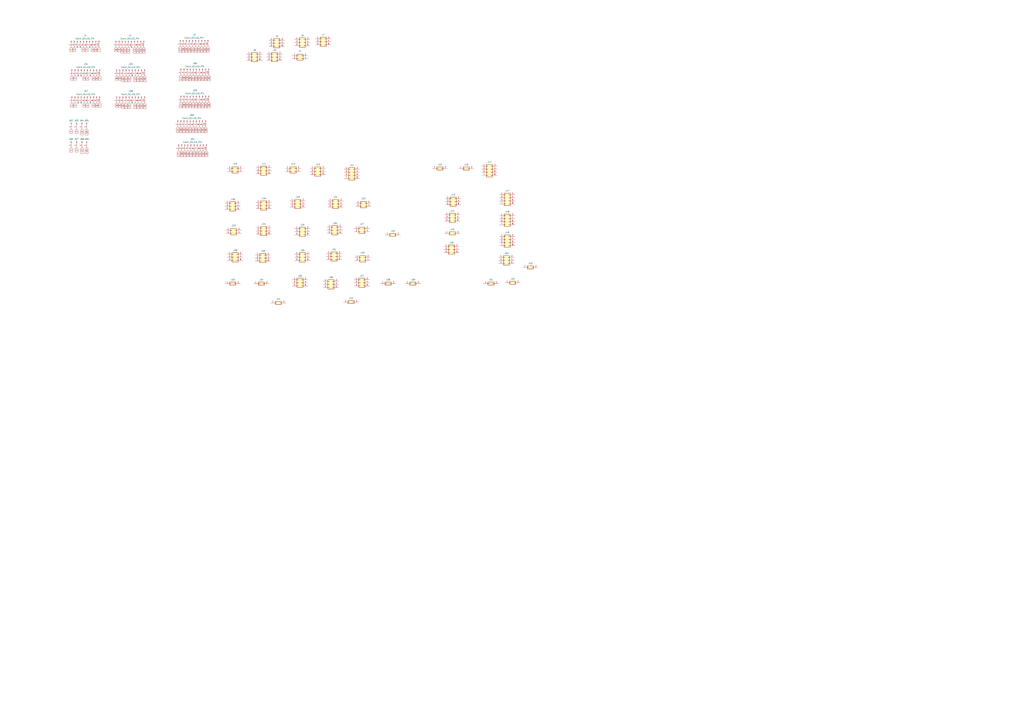
<source format=kicad_sch>
(kicad_sch (version 20231120) (generator "eeschema") (generator_version "8.0")
  (paper "A1")
  (lib_symbols
    (symbol "Connector:Conn_01x01_Pin" (pin_names (offset 1.016) hide)
      (property "Reference" "J" (at 0 2.54 0))
      (property "Value" "Conn_01x01_Pin" (at 0 -2.54 0))
      (symbol "Conn_01x01_Pin_1_1"
        (polyline (pts (xy 1.27 0) (xy 0.8636 0)) (stroke (width 0.1524)))
        (rectangle (start 0.8636 0.127) (end 0 -0.127) (stroke (width 0.1524)) (fill (type outline)))
        (pin passive line (at 5.08 0 180) (length 3.81) (name "Pin_1") (number "1"))
      )
    )
    (symbol "Connector:Conn_01x10_Pin" (pin_names (offset 1.016) hide)
      (property "Reference" "J" (at 0 12.7 0))
      (property "Value" "Conn_01x10_Pin" (at 0 -15.24 0))
      (symbol "Conn_01x10_Pin_1_1"
        (polyline (pts (xy 1.27 -12.7) (xy 0.8636 -12.7)) (stroke (width 0.1524)))
        (polyline (pts (xy 1.27 -10.16) (xy 0.8636 -10.16)) (stroke (width 0.1524)))
        (polyline (pts (xy 1.27 -7.62) (xy 0.8636 -7.62)) (stroke (width 0.1524)))
        (polyline (pts (xy 1.27 -5.08) (xy 0.8636 -5.08)) (stroke (width 0.1524)))
        (polyline (pts (xy 1.27 -2.54) (xy 0.8636 -2.54)) (stroke (width 0.1524)))
        (polyline (pts (xy 1.27 0) (xy 0.8636 0)) (stroke (width 0.1524)))
        (polyline (pts (xy 1.27 2.54) (xy 0.8636 2.54)) (stroke (width 0.1524)))
        (polyline (pts (xy 1.27 5.08) (xy 0.8636 5.08)) (stroke (width 0.1524)))
        (polyline (pts (xy 1.27 7.62) (xy 0.8636 7.62)) (stroke (width 0.1524)))
        (polyline (pts (xy 1.27 10.16) (xy 0.8636 10.16)) (stroke (width 0.1524)))
        (rectangle (start 0.8636 -12.573) (end 0 -12.827) (stroke (width 0.1524)) (fill (type outline)))
        (rectangle (start 0.8636 -10.033) (end 0 -10.287) (stroke (width 0.1524)) (fill (type outline)))
        (rectangle (start 0.8636 -7.493) (end 0 -7.747) (stroke (width 0.1524)) (fill (type outline)))
        (rectangle (start 0.8636 -4.953) (end 0 -5.207) (stroke (width 0.1524)) (fill (type outline)))
        (rectangle (start 0.8636 -2.413) (end 0 -2.667) (stroke (width 0.1524)) (fill (type outline)))
        (rectangle (start 0.8636 0.127) (end 0 -0.127) (stroke (width 0.1524)) (fill (type outline)))
        (rectangle (start 0.8636 2.667) (end 0 2.413) (stroke (width 0.1524)) (fill (type outline)))
        (rectangle (start 0.8636 5.207) (end 0 4.953) (stroke (width 0.1524)) (fill (type outline)))
        (rectangle (start 0.8636 7.747) (end 0 7.493) (stroke (width 0.1524)) (fill (type outline)))
        (rectangle (start 0.8636 10.287) (end 0 10.033) (stroke (width 0.1524)) (fill (type outline)))
        (pin passive line (at 5.08 10.16 180) (length 3.81) (name "Pin_1") (number "1"))
        (pin passive line (at 5.08 -12.7 180) (length 3.81) (name "Pin_10") (number "10"))
        (pin passive line (at 5.08 7.62 180) (length 3.81) (name "Pin_2") (number "2"))
        (pin passive line (at 5.08 5.08 180) (length 3.81) (name "Pin_3") (number "3"))
        (pin passive line (at 5.08 2.54 180) (length 3.81) (name "Pin_4") (number "4"))
        (pin passive line (at 5.08 0 180) (length 3.81) (name "Pin_5") (number "5"))
        (pin passive line (at 5.08 -2.54 180) (length 3.81) (name "Pin_6") (number "6"))
        (pin passive line (at 5.08 -5.08 180) (length 3.81) (name "Pin_7") (number "7"))
        (pin passive line (at 5.08 -7.62 180) (length 3.81) (name "Pin_8") (number "8"))
        (pin passive line (at 5.08 -10.16 180) (length 3.81) (name "Pin_9") (number "9"))
      )
    )
    (symbol "Connector_Generic:Conn_02x01" (pin_names (offset 1.016) hide)
      (property "Reference" "J" (at 1.27 2.54 0))
      (property "Value" "Conn_02x01" (at 1.27 -2.54 0))
      (symbol "Conn_02x01_1_1"
        (rectangle (start -1.27 0.127) (end 0 -0.127) (stroke (width 0.1524)))
        (rectangle (start -1.27 1.27) (end 3.81 -1.27) (stroke (width 0.254)) (fill (type background)))
        (rectangle (start 3.81 0.127) (end 2.54 -0.127) (stroke (width 0.1524)))
        (pin passive line (at -5.08 0 0) (length 3.81) (name "Pin_1") (number "1"))
        (pin passive line (at 7.62 0 180) (length 3.81) (name "Pin_2") (number "2"))
      )
    )
    (symbol "Connector_Generic:Conn_02x02_Odd_Even" (pin_names (offset 1.016) hide)
      (property "Reference" "J" (at 1.27 2.54 0))
      (property "Value" "Conn_02x02_Odd_Even" (at 1.27 -5.08 0))
      (symbol "Conn_02x02_Odd_Even_1_1"
        (rectangle (start -1.27 -2.413) (end 0 -2.667) (stroke (width 0.1524)))
        (rectangle (start -1.27 0.127) (end 0 -0.127) (stroke (width 0.1524)))
        (rectangle (start -1.27 1.27) (end 3.81 -3.81) (stroke (width 0.254)) (fill (type background)))
        (rectangle (start 3.81 -2.413) (end 2.54 -2.667) (stroke (width 0.1524)))
        (rectangle (start 3.81 0.127) (end 2.54 -0.127) (stroke (width 0.1524)))
        (pin passive line (at -5.08 0 0) (length 3.81) (name "Pin_1") (number "1"))
        (pin passive line (at 7.62 0 180) (length 3.81) (name "Pin_2") (number "2"))
        (pin passive line (at -5.08 -2.54 0) (length 3.81) (name "Pin_3") (number "3"))
        (pin passive line (at 7.62 -2.54 180) (length 3.81) (name "Pin_4") (number "4"))
      )
    )
    (symbol "Connector_Generic:Conn_02x03_Odd_Even" (pin_names (offset 1.016) hide)
      (property "Reference" "J" (at 1.27 5.08 0))
      (property "Value" "Conn_02x03_Odd_Even" (at 1.27 -5.08 0))
      (symbol "Conn_02x03_Odd_Even_1_1"
        (rectangle (start -1.27 -2.413) (end 0 -2.667) (stroke (width 0.1524)))
        (rectangle (start -1.27 0.127) (end 0 -0.127) (stroke (width 0.1524)))
        (rectangle (start -1.27 2.667) (end 0 2.413) (stroke (width 0.1524)))
        (rectangle (start -1.27 3.81) (end 3.81 -3.81) (stroke (width 0.254)) (fill (type background)))
        (rectangle (start 3.81 -2.413) (end 2.54 -2.667) (stroke (width 0.1524)))
        (rectangle (start 3.81 0.127) (end 2.54 -0.127) (stroke (width 0.1524)))
        (rectangle (start 3.81 2.667) (end 2.54 2.413) (stroke (width 0.1524)))
        (pin passive line (at -5.08 2.54 0) (length 3.81) (name "Pin_1") (number "1"))
        (pin passive line (at 7.62 2.54 180) (length 3.81) (name "Pin_2") (number "2"))
        (pin passive line (at -5.08 0 0) (length 3.81) (name "Pin_3") (number "3"))
        (pin passive line (at 7.62 0 180) (length 3.81) (name "Pin_4") (number "4"))
        (pin passive line (at -5.08 -2.54 0) (length 3.81) (name "Pin_5") (number "5"))
        (pin passive line (at 7.62 -2.54 180) (length 3.81) (name "Pin_6") (number "6"))
      )
    )
    (symbol "Connector_Generic:Conn_02x04_Odd_Even" (pin_names (offset 1.016) hide)
      (property "Reference" "J" (at 1.27 5.08 0))
      (property "Value" "Conn_02x04_Odd_Even" (at 1.27 -7.62 0))
      (symbol "Conn_02x04_Odd_Even_1_1"
        (rectangle (start -1.27 -4.953) (end 0 -5.207) (stroke (width 0.1524)))
        (rectangle (start -1.27 -2.413) (end 0 -2.667) (stroke (width 0.1524)))
        (rectangle (start -1.27 0.127) (end 0 -0.127) (stroke (width 0.1524)))
        (rectangle (start -1.27 2.667) (end 0 2.413) (stroke (width 0.1524)))
        (rectangle (start -1.27 3.81) (end 3.81 -6.35) (stroke (width 0.254)) (fill (type background)))
        (rectangle (start 3.81 -4.953) (end 2.54 -5.207) (stroke (width 0.1524)))
        (rectangle (start 3.81 -2.413) (end 2.54 -2.667) (stroke (width 0.1524)))
        (rectangle (start 3.81 0.127) (end 2.54 -0.127) (stroke (width 0.1524)))
        (rectangle (start 3.81 2.667) (end 2.54 2.413) (stroke (width 0.1524)))
        (pin passive line (at -5.08 2.54 0) (length 3.81) (name "Pin_1") (number "1"))
        (pin passive line (at 7.62 2.54 180) (length 3.81) (name "Pin_2") (number "2"))
        (pin passive line (at -5.08 0 0) (length 3.81) (name "Pin_3") (number "3"))
        (pin passive line (at 7.62 0 180) (length 3.81) (name "Pin_4") (number "4"))
        (pin passive line (at -5.08 -2.54 0) (length 3.81) (name "Pin_5") (number "5"))
        (pin passive line (at 7.62 -2.54 180) (length 3.81) (name "Pin_6") (number "6"))
        (pin passive line (at -5.08 -5.08 0) (length 3.81) (name "Pin_7") (number "7"))
        (pin passive line (at 7.62 -5.08 180) (length 3.81) (name "Pin_8") (number "8"))
      )
    )
  )
  (no_connect (at 64.135 84.455))
  (no_connect (at 107.95 38.735))
  (no_connect (at 66.675 84.455))
  (no_connect (at 74.295 62.23))
  (no_connect (at 108.585 62.23))
  (no_connect (at 108.585 84.455))
  (no_connect (at 73.66 38.735))
  (no_connect (at 66.04 38.735))
  (no_connect (at 64.135 62.23))
  (no_connect (at 63.5 38.735))
  (no_connect (at 74.295 84.455))
  (no_connect (at 66.675 62.23))
  (global_label "2" (shape input) (at 62.865 121.285 270) (property "Intersheetrefs" "${INTERSHEET_REFS}" (effects (hide yes))))
  (global_label "12" (shape input) (at 105.41 38.735 270) (property "Intersheetrefs" "${INTERSHEET_REFS}" (effects (hide yes))))
  (global_label "24" (shape input) (at 163.83 104.14 270) (property "Intersheetrefs" "${INTERSHEET_REFS}" (effects (hide yes))))
  (global_label "9" (shape input) (at 98.425 84.455 270) (property "Intersheetrefs" "${INTERSHEET_REFS}" (effects (hide yes))))
  (global_label "8" (shape input) (at 95.885 62.23 270) (property "Intersheetrefs" "${INTERSHEET_REFS}" (effects (hide yes))))
  (global_label "20" (shape input) (at 155.575 38.1 270) (property "Intersheetrefs" "${INTERSHEET_REFS}" (effects (hide yes))))
  (global_label "17" (shape input) (at 147.955 38.1 270) (property "Intersheetrefs" "${INTERSHEET_REFS}" (effects (hide yes))))
  (global_label "4" (shape input) (at 71.12 38.735 270) (property "Intersheetrefs" "${INTERSHEET_REFS}" (effects (hide yes))))
  (global_label "5" (shape input) (at 76.2 38.735 270) (property "Intersheetrefs" "${INTERSHEET_REFS}" (effects (hide yes))))
  (global_label "1" (shape input) (at 58.42 121.285 270) (property "Intersheetrefs" "${INTERSHEET_REFS}" (effects (hide yes))))
  (global_label "19" (shape input) (at 153.035 38.1 270) (property "Intersheetrefs" "${INTERSHEET_REFS}" (effects (hide yes))))
  (global_label "15" (shape input) (at 116.205 84.455 270) (property "Intersheetrefs" "${INTERSHEET_REFS}" (effects (hide yes))))
  (global_label "13" (shape input) (at 110.49 38.735 270) (property "Intersheetrefs" "${INTERSHEET_REFS}" (effects (hide yes))))
  (global_label "23" (shape input) (at 163.195 38.1 270) (property "Intersheetrefs" "${INTERSHEET_REFS}" (effects (hide yes))))
  (global_label "14" (shape input) (at 113.03 38.735 270) (property "Intersheetrefs" "${INTERSHEET_REFS}" (effects (hide yes))))
  (global_label "22" (shape input) (at 159.385 123.825 270) (property "Intersheetrefs" "${INTERSHEET_REFS}" (effects (hide yes))))
  (global_label "17" (shape input) (at 148.59 83.82 270) (property "Intersheetrefs" "${INTERSHEET_REFS}" (effects (hide yes))))
  (global_label "15" (shape input) (at 116.205 62.23 270) (property "Intersheetrefs" "${INTERSHEET_REFS}" (effects (hide yes))))
  (global_label "25" (shape input) (at 166.37 104.14 270) (property "Intersheetrefs" "${INTERSHEET_REFS}" (effects (hide yes))))
  (global_label "12" (shape input) (at 106.045 62.23 270) (property "Intersheetrefs" "${INTERSHEET_REFS}" (effects (hide yes))))
  (global_label "3" (shape input) (at 69.215 84.455 270) (property "Intersheetrefs" "${INTERSHEET_REFS}" (effects (hide yes))))
  (global_label "26" (shape input) (at 168.91 104.14 270) (property "Intersheetrefs" "${INTERSHEET_REFS}" (effects (hide yes))))
  (global_label "10" (shape input) (at 100.33 38.735 270) (property "Intersheetrefs" "${INTERSHEET_REFS}" (effects (hide yes))))
  (global_label "7" (shape input) (at 81.915 84.455 270) (property "Intersheetrefs" "${INTERSHEET_REFS}" (effects (hide yes))))
  (global_label "21" (shape input) (at 156.21 104.14 270) (property "Intersheetrefs" "${INTERSHEET_REFS}" (effects (hide yes))))
  (global_label "1" (shape input) (at 59.055 62.23 270) (property "Intersheetrefs" "${INTERSHEET_REFS}" (effects (hide yes))))
  (global_label "22" (shape input) (at 161.29 61.595 270) (property "Intersheetrefs" "${INTERSHEET_REFS}" (effects (hide yes))))
  (global_label "3" (shape input) (at 68.58 38.735 270) (property "Intersheetrefs" "${INTERSHEET_REFS}" (effects (hide yes))))
  (global_label "26" (shape input) (at 169.545 123.825 270) (property "Intersheetrefs" "${INTERSHEET_REFS}" (effects (hide yes))))
  (global_label "20" (shape input) (at 156.21 61.595 270) (property "Intersheetrefs" "${INTERSHEET_REFS}" (effects (hide yes))))
  (global_label "23" (shape input) (at 163.83 83.82 270) (property "Intersheetrefs" "${INTERSHEET_REFS}" (effects (hide yes))))
  (global_label "1" (shape input) (at 59.055 84.455 270) (property "Intersheetrefs" "${INTERSHEET_REFS}" (effects (hide yes))))
  (global_label "11" (shape input) (at 103.505 62.23 270) (property "Intersheetrefs" "${INTERSHEET_REFS}" (effects (hide yes))))
  (global_label "24" (shape input) (at 165.735 38.1 270) (property "Intersheetrefs" "${INTERSHEET_REFS}" (effects (hide yes))))
  (global_label "19" (shape input) (at 153.67 83.82 270) (property "Intersheetrefs" "${INTERSHEET_REFS}" (effects (hide yes))))
  (global_label "14" (shape input) (at 113.665 62.23 270) (property "Intersheetrefs" "${INTERSHEET_REFS}" (effects (hide yes))))
  (global_label "20" (shape input) (at 156.21 83.82 270) (property "Intersheetrefs" "${INTERSHEET_REFS}" (effects (hide yes))))
  (global_label "25" (shape input) (at 167.005 123.825 270) (property "Intersheetrefs" "${INTERSHEET_REFS}" (effects (hide yes))))
  (global_label "19" (shape input) (at 153.67 61.595 270) (property "Intersheetrefs" "${INTERSHEET_REFS}" (effects (hide yes))))
  (global_label "26" (shape input) (at 171.45 83.82 270) (property "Intersheetrefs" "${INTERSHEET_REFS}" (effects (hide yes))))
  (global_label "3" (shape input) (at 69.215 62.23 270) (property "Intersheetrefs" "${INTERSHEET_REFS}" (effects (hide yes))))
  (global_label "17" (shape input) (at 148.59 61.595 270) (property "Intersheetrefs" "${INTERSHEET_REFS}" (effects (hide yes))))
  (global_label "19" (shape input) (at 151.13 104.14 270) (property "Intersheetrefs" "${INTERSHEET_REFS}" (effects (hide yes))))
  (global_label "11" (shape input) (at 103.505 84.455 270) (property "Intersheetrefs" "${INTERSHEET_REFS}" (effects (hide yes))))
  (global_label "21" (shape input) (at 158.75 83.82 270) (property "Intersheetrefs" "${INTERSHEET_REFS}" (effects (hide yes))))
  (global_label "2" (shape input) (at 60.96 38.735 270) (property "Intersheetrefs" "${INTERSHEET_REFS}" (effects (hide yes))))
  (global_label "15" (shape input) (at 115.57 38.735 270) (property "Intersheetrefs" "${INTERSHEET_REFS}" (effects (hide yes))))
  (global_label "16" (shape input) (at 71.12 106.045 270) (property "Intersheetrefs" "${INTERSHEET_REFS}" (effects (hide yes))))
  (global_label "4" (shape input) (at 71.755 84.455 270) (property "Intersheetrefs" "${INTERSHEET_REFS}" (effects (hide yes))))
  (global_label "25" (shape input) (at 168.275 38.1 270) (property "Intersheetrefs" "${INTERSHEET_REFS}" (effects (hide yes))))
  (global_label "18" (shape input) (at 151.13 83.82 270) (property "Intersheetrefs" "${INTERSHEET_REFS}" (effects (hide yes))))
  (global_label "11" (shape input) (at 102.87 38.735 270) (property "Intersheetrefs" "${INTERSHEET_REFS}" (effects (hide yes))))
  (global_label "21" (shape input) (at 158.115 38.1 270) (property "Intersheetrefs" "${INTERSHEET_REFS}" (effects (hide yes))))
  (global_label "17" (shape input) (at 146.05 104.14 270) (property "Intersheetrefs" "${INTERSHEET_REFS}" (effects (hide yes))))
  (global_label "18" (shape input) (at 149.225 123.825 270) (property "Intersheetrefs" "${INTERSHEET_REFS}" (effects (hide yes))))
  (global_label "24" (shape input) (at 166.37 61.595 270) (property "Intersheetrefs" "${INTERSHEET_REFS}" (effects (hide yes))))
  (global_label "16" (shape input) (at 118.745 84.455 270) (property "Intersheetrefs" "${INTERSHEET_REFS}" (effects (hide yes))))
  (global_label "16" (shape input) (at 118.11 38.735 270) (property "Intersheetrefs" "${INTERSHEET_REFS}" (effects (hide yes))))
  (global_label "26" (shape input) (at 170.815 38.1 270) (property "Intersheetrefs" "${INTERSHEET_REFS}" (effects (hide yes))))
  (global_label "25" (shape input) (at 168.91 83.82 270) (property "Intersheetrefs" "${INTERSHEET_REFS}" (effects (hide yes))))
  (global_label "20" (shape input) (at 154.305 123.825 270) (property "Intersheetrefs" "${INTERSHEET_REFS}" (effects (hide yes))))
  (global_label "6" (shape input) (at 79.375 84.455 270) (property "Intersheetrefs" "${INTERSHEET_REFS}" (effects (hide yes))))
  (global_label "18" (shape input) (at 151.13 61.595 270) (property "Intersheetrefs" "${INTERSHEET_REFS}" (effects (hide yes))))
  (global_label "20" (shape input) (at 153.67 104.14 270) (property "Intersheetrefs" "${INTERSHEET_REFS}" (effects (hide yes))))
  (global_label "2" (shape input) (at 61.595 62.23 270) (property "Intersheetrefs" "${INTERSHEET_REFS}" (effects (hide yes))))
  (global_label "19" (shape input) (at 151.765 123.825 270) (property "Intersheetrefs" "${INTERSHEET_REFS}" (effects (hide yes))))
  (global_label "23" (shape input) (at 161.925 123.825 270) (property "Intersheetrefs" "${INTERSHEET_REFS}" (effects (hide yes))))
  (global_label "13" (shape input) (at 111.125 84.455 270) (property "Intersheetrefs" "${INTERSHEET_REFS}" (effects (hide yes))))
  (global_label "6" (shape input) (at 78.74 38.735 270) (property "Intersheetrefs" "${INTERSHEET_REFS}" (effects (hide yes))))
  (global_label "5" (shape input) (at 76.835 84.455 270) (property "Intersheetrefs" "${INTERSHEET_REFS}" (effects (hide yes))))
  (global_label "5" (shape input) (at 76.835 62.23 270) (property "Intersheetrefs" "${INTERSHEET_REFS}" (effects (hide yes))))
  (global_label "18" (shape input) (at 150.495 38.1 270) (property "Intersheetrefs" "${INTERSHEET_REFS}" (effects (hide yes))))
  (global_label "25" (shape input) (at 168.91 61.595 270) (property "Intersheetrefs" "${INTERSHEET_REFS}" (effects (hide yes))))
  (global_label "10" (shape input) (at 100.965 62.23 270) (property "Intersheetrefs" "${INTERSHEET_REFS}" (effects (hide yes))))
  (global_label "6" (shape input) (at 79.375 62.23 270) (property "Intersheetrefs" "${INTERSHEET_REFS}" (effects (hide yes))))
  (global_label "16" (shape input) (at 71.12 121.285 270) (property "Intersheetrefs" "${INTERSHEET_REFS}" (effects (hide yes))))
  (global_label "9" (shape input) (at 98.425 62.23 270) (property "Intersheetrefs" "${INTERSHEET_REFS}" (effects (hide yes))))
  (global_label "13" (shape input) (at 67.31 106.045 270) (property "Intersheetrefs" "${INTERSHEET_REFS}" (effects (hide yes))))
  (global_label "22" (shape input) (at 160.655 38.1 270) (property "Intersheetrefs" "${INTERSHEET_REFS}" (effects (hide yes))))
  (global_label "13" (shape input) (at 67.31 121.285 270) (property "Intersheetrefs" "${INTERSHEET_REFS}" (effects (hide yes))))
  (global_label "9" (shape input) (at 97.79 38.735 270) (property "Intersheetrefs" "${INTERSHEET_REFS}" (effects (hide yes))))
  (global_label "7" (shape input) (at 81.915 62.23 270) (property "Intersheetrefs" "${INTERSHEET_REFS}" (effects (hide yes))))
  (global_label "7" (shape input) (at 81.28 38.735 270) (property "Intersheetrefs" "${INTERSHEET_REFS}" (effects (hide yes))))
  (global_label "12" (shape input) (at 106.045 84.455 270) (property "Intersheetrefs" "${INTERSHEET_REFS}" (effects (hide yes))))
  (global_label "21" (shape input) (at 156.845 123.825 270) (property "Intersheetrefs" "${INTERSHEET_REFS}" (effects (hide yes))))
  (global_label "2" (shape input) (at 62.865 106.045 270) (property "Intersheetrefs" "${INTERSHEET_REFS}" (effects (hide yes))))
  (global_label "17" (shape input) (at 146.685 123.825 270) (property "Intersheetrefs" "${INTERSHEET_REFS}" (effects (hide yes))))
  (global_label "21" (shape input) (at 158.75 61.595 270) (property "Intersheetrefs" "${INTERSHEET_REFS}" (effects (hide yes))))
  (global_label "16" (shape input) (at 118.745 62.23 270) (property "Intersheetrefs" "${INTERSHEET_REFS}" (effects (hide yes))))
  (global_label "24" (shape input) (at 166.37 83.82 270) (property "Intersheetrefs" "${INTERSHEET_REFS}" (effects (hide yes))))
  (global_label "26" (shape input) (at 171.45 61.595 270) (property "Intersheetrefs" "${INTERSHEET_REFS}" (effects (hide yes))))
  (global_label "23" (shape input) (at 163.83 61.595 270) (property "Intersheetrefs" "${INTERSHEET_REFS}" (effects (hide yes))))
  (global_label "4" (shape input) (at 71.755 62.23 270) (property "Intersheetrefs" "${INTERSHEET_REFS}" (effects (hide yes))))
  (global_label "1" (shape input) (at 58.42 38.735 270) (property "Intersheetrefs" "${INTERSHEET_REFS}" (effects (hide yes))))
  (global_label "22" (shape input) (at 158.75 104.14 270) (property "Intersheetrefs" "${INTERSHEET_REFS}" (effects (hide yes))))
  (global_label "8" (shape input) (at 95.25 38.735 270) (property "Intersheetrefs" "${INTERSHEET_REFS}" (effects (hide yes))))
  (global_label "8" (shape input) (at 95.885 84.455 270) (property "Intersheetrefs" "${INTERSHEET_REFS}" (effects (hide yes))))
  (global_label "2" (shape input) (at 61.595 84.455 270) (property "Intersheetrefs" "${INTERSHEET_REFS}" (effects (hide yes))))
  (global_label "23" (shape input) (at 161.29 104.14 270) (property "Intersheetrefs" "${INTERSHEET_REFS}" (effects (hide yes))))
  (global_label "18" (shape input) (at 148.59 104.14 270) (property "Intersheetrefs" "${INTERSHEET_REFS}" (effects (hide yes))))
  (global_label "24" (shape input) (at 164.465 123.825 270) (property "Intersheetrefs" "${INTERSHEET_REFS}" (effects (hide yes))))
  (global_label "13" (shape input) (at 111.125 62.23 270) (property "Intersheetrefs" "${INTERSHEET_REFS}" (effects (hide yes))))
  (global_label "10" (shape input) (at 100.965 84.455 270) (property "Intersheetrefs" "${INTERSHEET_REFS}" (effects (hide yes))))
  (global_label "14" (shape input) (at 113.665 84.455 270) (property "Intersheetrefs" "${INTERSHEET_REFS}" (effects (hide yes))))
  (global_label "22" (shape input) (at 161.29 83.82 270) (property "Intersheetrefs" "${INTERSHEET_REFS}" (effects (hide yes))))
  (global_label "1" (shape input) (at 58.42 106.045 270) (property "Intersheetrefs" "${INTERSHEET_REFS}" (effects (hide yes))))
  (symbol (lib_id "Connector:Conn_01x10_Pin") (at 156.845 118.745 90) (mirror x) (unit 1)
    (property "Reference" "J61" (at 158.115 114.3 90))
    (property "Value" "Conn_01x10_Pin" (at 158.115 116.84 90))
    (property "Footprint" "VT220_keys:rectangle_pad_10" (effects (hide yes)))
  )
  (symbol (lib_id "Connector:Conn_01x10_Pin") (at 158.75 78.74 90) (mirror x) (unit 1)
    (property "Reference" "J59" (at 160.02 74.295 90))
    (property "Value" "Conn_01x10_Pin" (at 160.02 76.835 90))
    (property "Footprint" "VT220_keys:rectangle_pad_10" (effects (hide yes)))
  )
  (symbol (lib_id "Connector_Generic:Conn_02x01") (at 419.735 232.41 0) (unit 1)
    (property "Reference" "J52" (at 421.005 229.235 0))
    (property "Value" "Conn_02x01" (effects (hide yes)))
  )
  (symbol (lib_id "Connector:Conn_01x10_Pin") (at 68.58 33.655 90) (mirror x) (unit 1)
    (property "Reference" "J1" (at 69.85 29.21 90))
    (property "Value" "Conn_01x10_Pin" (at 69.85 31.75 90))
    (property "Footprint" "VT220_keys:rectangle_pad_10" (effects (hide yes)))
  )
  (symbol (lib_id "Connector_Generic:Conn_02x01") (at 434.34 219.71 0) (unit 1)
    (property "Reference" "J53" (at 435.61 216.535 0))
    (property "Value" "Conn_02x01" (effects (hide yes)))
  )
  (symbol (lib_id "Connector_Generic:Conn_02x02_Odd_Even") (at 190.5 189.23 0) (unit 1)
    (property "Reference" "J23" (at 191.77 185.42 0))
    (property "Value" "Conn_02x02_Odd_Even" (effects (hide yes)))
  )
  (symbol (lib_id "Connector_Generic:Conn_02x03_Odd_Even") (at 191.77 211.455 0) (unit 1)
    (property "Reference" "J28" (at 193.04 205.74 0))
    (property "Value" "Conn_02x03_Odd_Even" (effects (hide yes)))
  )
  (symbol (lib_id "Connector_Generic:Conn_02x03_Odd_Even") (at 226.06 35.56 0) (unit 1)
    (property "Reference" "J5" (at 227.33 29.845 0))
    (property "Value" "Conn_02x03_Odd_Even" (effects (hide yes)))
  )
  (symbol (lib_id "Connector_Generic:Conn_02x02_Odd_Even") (at 191.77 138.43 0) (unit 1)
    (property "Reference" "J10" (at 193.04 134.62 0))
    (property "Value" "Conn_02x02_Odd_Even" (effects (hide yes)))
  )
  (symbol (lib_id "Connector:Conn_01x01_Pin") (at 62.865 116.205 270) (unit 1)
    (property "Reference" "J67" (at 60.96 114.3 90) (effects (justify left)))
    (property "Value" "Conn_01x01_Pin" (effects (hide yes)))
    (property "Footprint" "VT220_keys:rectangle_pad" (effects (hide yes)))
  )
  (symbol (lib_id "Connector_Generic:Conn_02x03_Odd_Even") (at 370.84 165.735 0) (unit 1)
    (property "Reference" "J43" (at 372.11 160.02 0))
    (property "Value" "Conn_02x03_Odd_Even" (effects (hide yes)))
  )
  (symbol (lib_id "Connector_Generic:Conn_02x01") (at 370.205 191.77 0) (unit 1)
    (property "Reference" "J45" (at 371.475 188.595 0))
    (property "Value" "Conn_02x01" (effects (hide yes)))
  )
  (symbol (lib_id "Connector_Generic:Conn_02x01") (at 337.82 233.045 0) (unit 1)
    (property "Reference" "J39" (at 339.09 229.87 0))
    (property "Value" "Conn_02x01" (effects (hide yes)))
  )
  (symbol (lib_id "Connector_Generic:Conn_02x01") (at 321.31 193.04 0) (unit 1)
    (property "Reference" "J40" (at 322.58 189.865 0))
    (property "Value" "Conn_02x01" (effects (hide yes)))
  )
  (symbol (lib_id "Connector_Generic:Conn_02x01") (at 381.635 138.43 0) (unit 1)
    (property "Reference" "J16" (at 382.905 135.255 0))
    (property "Value" "Conn_02x01" (effects (hide yes)))
  )
  (symbol (lib_id "Connector_Generic:Conn_02x03_Odd_Even") (at 370.205 179.07 0) (unit 1)
    (property "Reference" "J44" (at 371.475 173.355 0))
    (property "Value" "Conn_02x03_Odd_Even" (effects (hide yes)))
  )
  (symbol (lib_id "Connector_Generic:Conn_02x04_Odd_Even") (at 415.29 162.56 0) (unit 1)
    (property "Reference" "J47" (at 416.56 156.845 0))
    (property "Value" "Conn_02x04_Odd_Even" (effects (hide yes)))
  )
  (symbol (lib_id "Connector:Conn_01x01_Pin") (at 71.12 116.205 270) (unit 1)
    (property "Reference" "J69" (at 69.215 114.3 90) (effects (justify left)))
    (property "Value" "Conn_01x01_Pin" (effects (hide yes)))
    (property "Footprint" "VT220_keys:rectangle_pad" (effects (hide yes)))
  )
  (symbol (lib_id "Connector_Generic:Conn_02x03_Odd_Even") (at 273.685 189.23 0) (unit 1)
    (property "Reference" "J26" (at 274.955 183.515 0))
    (property "Value" "Conn_02x03_Odd_Even" (effects (hide yes)))
  )
  (symbol (lib_id "Connector_Generic:Conn_02x03_Odd_Even") (at 247.015 34.925 0) (unit 1)
    (property "Reference" "J6" (at 248.285 29.21 0))
    (property "Value" "Conn_02x03_Odd_Even" (effects (hide yes)))
  )
  (symbol (lib_id "Connector_Generic:Conn_02x03_Odd_Even") (at 215.265 189.865 0) (unit 1)
    (property "Reference" "J24" (at 216.535 184.15 0))
    (property "Value" "Conn_02x03_Odd_Even" (effects (hide yes)))
  )
  (symbol (lib_id "Connector_Generic:Conn_02x03_Odd_Even") (at 224.155 46.99 0) (unit 1)
    (property "Reference" "J9" (at 225.425 41.275 0))
    (property "Value" "Conn_02x03_Odd_Even" (effects (hide yes)))
  )
  (symbol (lib_id "Connector_Generic:Conn_02x01") (at 227.33 248.92 0) (unit 1)
    (property "Reference" "J41" (at 228.6 245.745 0))
    (property "Value" "Conn_02x01" (effects (hide yes)))
  )
  (symbol (lib_id "Connector_Generic:Conn_02x02_Odd_Even") (at 239.395 138.43 0) (unit 1)
    (property "Reference" "J12" (at 240.665 134.62 0))
    (property "Value" "Conn_02x02_Odd_Even" (effects (hide yes)))
  )
  (symbol (lib_id "Connector_Generic:Conn_02x03_Odd_Even") (at 215.265 168.91 0) (unit 1)
    (property "Reference" "J19" (at 216.535 163.195 0))
    (property "Value" "Conn_02x03_Odd_Even" (effects (hide yes)))
  )
  (symbol (lib_id "Connector_Generic:Conn_02x02_Odd_Even") (at 295.91 187.96 0) (unit 1)
    (property "Reference" "J27" (at 297.18 184.15 0))
    (property "Value" "Conn_02x02_Odd_Even" (effects (hide yes)))
  )
  (symbol (lib_id "Connector_Generic:Conn_02x03_Odd_Even") (at 247.015 190.5 0) (unit 1)
    (property "Reference" "J25" (at 248.285 184.785 0))
    (property "Value" "Conn_02x03_Odd_Even" (effects (hide yes)))
  )
  (symbol (lib_id "Connector_Generic:Conn_02x03_Odd_Even") (at 270.51 233.68 0) (unit 1)
    (property "Reference" "J36" (at 271.78 227.965 0))
    (property "Value" "Conn_02x03_Odd_Even" (effects (hide yes)))
  )
  (symbol (lib_id "Connector:Conn_01x10_Pin") (at 156.21 99.06 90) (mirror x) (unit 1)
    (property "Reference" "J60" (at 157.48 94.615 90))
    (property "Value" "Conn_01x10_Pin" (at 157.48 97.155 90))
    (property "Footprint" "VT220_keys:rectangle_pad_10" (effects (hide yes)))
  )
  (symbol (lib_id "Connector_Generic:Conn_02x03_Odd_Even") (at 207.645 46.99 0) (unit 1)
    (property "Reference" "J8" (at 208.915 41.275 0))
    (property "Value" "Conn_02x03_Odd_Even" (effects (hide yes)))
  )
  (symbol (lib_id "Connector_Generic:Conn_02x03_Odd_Even") (at 369.57 205.105 0) (unit 1)
    (property "Reference" "J46" (at 370.84 199.39 0))
    (property "Value" "Conn_02x03_Odd_Even" (effects (hide yes)))
  )
  (symbol (lib_id "Connector_Generic:Conn_02x03_Odd_Even") (at 214.63 212.09 0) (unit 1)
    (property "Reference" "J29" (at 215.9 206.375 0))
    (property "Value" "Conn_02x03_Odd_Even" (effects (hide yes)))
  )
  (symbol (lib_id "Connector:Conn_01x10_Pin") (at 69.215 79.375 90) (mirror x) (unit 1)
    (property "Reference" "J57" (at 70.485 74.93 90))
    (property "Value" "Conn_01x10_Pin" (at 70.485 77.47 90))
    (property "Footprint" "VT220_keys:rectangle_pad_10" (effects (hide yes)))
  )
  (symbol (lib_id "Connector:Conn_01x01_Pin") (at 58.42 116.205 270) (unit 1)
    (property "Reference" "J66" (at 56.515 114.3 90) (effects (justify left)))
    (property "Value" "Conn_01x01_Pin" (effects (hide yes)))
    (property "Footprint" "VT220_keys:rectangle_pad" (effects (hide yes)))
  )
  (symbol (lib_id "Connector:Conn_01x10_Pin") (at 158.115 33.02 90) (mirror x) (unit 1)
    (property "Reference" "J3" (at 159.385 28.575 90))
    (property "Value" "Conn_01x10_Pin" (at 159.385 31.115 90))
    (property "Footprint" "VT220_keys:rectangle_pad_10" (effects (hide yes)))
  )
  (symbol (lib_id "Connector_Generic:Conn_02x03_Odd_Even") (at 295.91 232.41 0) (unit 1)
    (property "Reference" "J37" (at 297.18 226.695 0))
    (property "Value" "Conn_02x03_Odd_Even" (effects (hide yes)))
  )
  (symbol (lib_id "Connector_Generic:Conn_02x01") (at 317.5 233.045 0) (unit 1)
    (property "Reference" "J38" (at 318.77 229.87 0))
    (property "Value" "Conn_02x01" (effects (hide yes)))
  )
  (symbol (lib_id "Connector:Conn_01x01_Pin") (at 71.12 100.965 270) (unit 1)
    (property "Reference" "J65" (at 69.215 99.06 90) (effects (justify left)))
    (property "Value" "Conn_01x01_Pin" (effects (hide yes)))
    (property "Footprint" "VT220_keys:rectangle_pad" (effects (hide yes)))
  )
  (symbol (lib_id "Connector:Conn_01x10_Pin") (at 106.045 57.15 90) (mirror x) (unit 1)
    (property "Reference" "J55" (at 107.315 52.705 90))
    (property "Value" "Conn_01x10_Pin" (at 107.315 55.245 90))
    (property "Footprint" "VT220_keys:rectangle_pad_10" (effects (hide yes)))
  )
  (symbol (lib_id "Connector_Generic:Conn_02x01") (at 401.955 233.045 0) (unit 1)
    (property "Reference" "J51" (at 403.225 229.87 0))
    (property "Value" "Conn_02x01" (effects (hide yes)))
  )
  (symbol (lib_id "Connector_Generic:Conn_02x03_Odd_Even") (at 273.05 210.82 0) (unit 1)
    (property "Reference" "J31" (at 274.32 205.105 0))
    (property "Value" "Conn_02x03_Odd_Even" (effects (hide yes)))
  )
  (symbol (lib_id "Connector_Generic:Conn_02x03_Odd_Even") (at 215.265 140.335 0) (unit 1)
    (property "Reference" "J11" (at 216.535 134.62 0))
    (property "Value" "Conn_02x03_Odd_Even" (effects (hide yes)))
  )
  (symbol (lib_id "Connector_Generic:Conn_02x03_Odd_Even") (at 264.16 34.29 0) (unit 1)
    (property "Reference" "J7" (at 265.43 28.575 0))
    (property "Value" "Conn_02x03_Odd_Even" (effects (hide yes)))
  )
  (symbol (lib_id "Connector_Generic:Conn_02x03_Odd_Even") (at 189.865 169.545 0) (unit 1)
    (property "Reference" "J18" (at 191.135 163.83 0))
    (property "Value" "Conn_02x03_Odd_Even" (effects (hide yes)))
  )
  (symbol (lib_id "Connector_Generic:Conn_02x04_Odd_Even") (at 400.685 139.065 0) (unit 1)
    (property "Reference" "J17" (at 401.955 133.35 0))
    (property "Value" "Conn_02x04_Odd_Even" (effects (hide yes)))
  )
  (symbol (lib_id "Connector_Generic:Conn_02x04_Odd_Even") (at 287.655 141.605 0) (unit 1)
    (property "Reference" "J14" (at 288.925 135.89 0))
    (property "Value" "Conn_02x04_Odd_Even" (effects (hide yes)))
  )
  (symbol (lib_id "Connector:Conn_01x10_Pin") (at 106.045 79.375 90) (mirror x) (unit 1)
    (property "Reference" "J58" (at 107.315 74.93 90))
    (property "Value" "Conn_01x10_Pin" (at 107.315 77.47 90))
    (property "Footprint" "VT220_keys:rectangle_pad_10" (effects (hide yes)))
  )
  (symbol (lib_id "Connector:Conn_01x10_Pin") (at 69.215 57.15 90) (mirror x) (unit 1)
    (property "Reference" "J54" (at 70.485 52.705 90))
    (property "Value" "Conn_01x10_Pin" (at 70.485 55.245 90))
    (property "Footprint" "VT220_keys:rectangle_pad_10" (effects (hide yes)))
  )
  (symbol (lib_id "Connector_Generic:Conn_02x03_Odd_Even") (at 259.715 140.97 0) (unit 1)
    (property "Reference" "J13" (at 260.985 135.255 0))
    (property "Value" "Conn_02x03_Odd_Even" (effects (hide yes)))
  )
  (symbol (lib_id "Connector:Conn_01x01_Pin") (at 67.31 116.205 270) (unit 1)
    (property "Reference" "J68" (at 65.405 114.3 90) (effects (justify left)))
    (property "Value" "Conn_01x01_Pin" (effects (hide yes)))
    (property "Footprint" "VT220_keys:rectangle_pad" (effects (hide yes)))
  )
  (symbol (lib_id "Connector_Generic:Conn_02x02_Odd_Even") (at 297.18 167.005 0) (unit 1)
    (property "Reference" "J22" (at 298.45 163.195 0))
    (property "Value" "Conn_02x02_Odd_Even" (effects (hide yes)))
  )
  (symbol (lib_id "Connector_Generic:Conn_02x01") (at 189.865 233.045 0) (unit 1)
    (property "Reference" "J33" (at 191.135 229.87 0))
    (property "Value" "Conn_02x01" (effects (hide yes)))
  )
  (symbol (lib_id "Connector_Generic:Conn_02x03_Odd_Even") (at 245.11 232.41 0) (unit 1)
    (property "Reference" "J35" (at 246.38 226.695 0))
    (property "Value" "Conn_02x03_Odd_Even" (effects (hide yes)))
  )
  (symbol (lib_id "Connector_Generic:Conn_02x02_Odd_Even") (at 245.11 45.72 0) (unit 1)
    (property "Reference" "J4" (at 246.38 41.91 0))
    (property "Value" "Conn_02x02_Odd_Even" (effects (hide yes)))
  )
  (symbol (lib_id "Connector:Conn_01x01_Pin") (at 67.31 100.965 270) (unit 1)
    (property "Reference" "J64" (at 65.405 99.06 90) (effects (justify left)))
    (property "Value" "Conn_01x01_Pin" (effects (hide yes)))
    (property "Footprint" "VT220_keys:rectangle_pad" (effects (hide yes)))
  )
  (symbol (lib_id "Connector_Generic:Conn_02x02_Odd_Even") (at 296.545 211.455 0) (unit 1)
    (property "Reference" "J32" (at 297.815 207.645 0))
    (property "Value" "Conn_02x02_Odd_Even" (effects (hide yes)))
  )
  (symbol (lib_id "Connector_Generic:Conn_02x03_Odd_Even") (at 247.015 211.455 0) (unit 1)
    (property "Reference" "J30" (at 248.285 205.74 0))
    (property "Value" "Conn_02x03_Odd_Even" (effects (hide yes)))
  )
  (symbol (lib_id "Connector_Generic:Conn_02x04_Odd_Even") (at 415.29 196.85 0) (unit 1)
    (property "Reference" "J49" (at 416.56 191.135 0))
    (property "Value" "Conn_02x04_Odd_Even" (effects (hide yes)))
  )
  (symbol (lib_id "Connector_Generic:Conn_02x03_Odd_Even") (at 414.655 213.995 0) (unit 1)
    (property "Reference" "J50" (at 415.925 208.28 0))
    (property "Value" "Conn_02x03_Odd_Even" (effects (hide yes)))
  )
  (symbol (lib_id "Connector:Conn_01x10_Pin") (at 158.75 56.515 90) (mirror x) (unit 1)
    (property "Reference" "J56" (at 160.02 52.07 90))
    (property "Value" "Conn_01x10_Pin" (at 160.02 54.61 90))
    (property "Footprint" "VT220_keys:rectangle_pad_10" (effects (hide yes)))
  )
  (symbol (lib_id "Connector:Conn_01x10_Pin") (at 105.41 33.655 90) (mirror x) (unit 1)
    (property "Reference" "J2" (at 106.68 29.21 90))
    (property "Value" "Conn_01x10_Pin" (at 106.68 31.75 90))
    (property "Footprint" "VT220_keys:rectangle_pad_10" (effects (hide yes)))
  )
  (symbol (lib_id "Connector:Conn_01x01_Pin") (at 62.865 100.965 270) (unit 1)
    (property "Reference" "J63" (at 60.96 99.06 90) (effects (justify left)))
    (property "Value" "Conn_01x01_Pin" (effects (hide yes)))
    (property "Footprint" "VT220_keys:rectangle_pad" (effects (hide yes)))
  )
  (symbol (lib_id "Connector_Generic:Conn_02x01") (at 287.02 248.285 0) (unit 1)
    (property "Reference" "J42" (at 288.29 245.11 0))
    (property "Value" "Conn_02x01" (effects (hide yes)))
  )
  (symbol (lib_id "Connector_Generic:Conn_02x03_Odd_Even") (at 274.32 167.64 0) (unit 1)
    (property "Reference" "J21" (at 275.59 161.925 0))
    (property "Value" "Conn_02x03_Odd_Even" (effects (hide yes)))
  )
  (symbol (lib_id "Connector_Generic:Conn_02x01") (at 360.045 138.43 0) (unit 1)
    (property "Reference" "J15" (at 361.315 135.255 0))
    (property "Value" "Conn_02x01" (effects (hide yes)))
  )
  (symbol (lib_id "Connector:Conn_01x01_Pin") (at 58.42 100.965 270) (unit 1)
    (property "Reference" "J62" (at 56.515 99.06 90) (effects (justify left)))
    (property "Value" "Conn_01x01_Pin" (effects (hide yes)))
    (property "Footprint" "VT220_keys:rectangle_pad" (effects (hide yes)))
  )
  (symbol (lib_id "Connector_Generic:Conn_02x03_Odd_Even") (at 243.205 167.64 0) (unit 1)
    (property "Reference" "J20" (at 244.475 161.925 0))
    (property "Value" "Conn_02x03_Odd_Even" (effects (hide yes)))
  )
  (symbol (lib_id "Connector_Generic:Conn_02x01") (at 213.36 233.045 0) (unit 1)
    (property "Reference" "J34" (at 214.63 229.87 0))
    (property "Value" "Conn_02x01" (effects (hide yes)))
  )
  (symbol (lib_id "Connector_Generic:Conn_02x04_Odd_Even") (at 415.29 179.705 0) (unit 1)
    (property "Reference" "J48" (at 416.56 173.99 0))
    (property "Value" "Conn_02x04_Odd_Even" (effects (hide yes)))
  )
)
</source>
